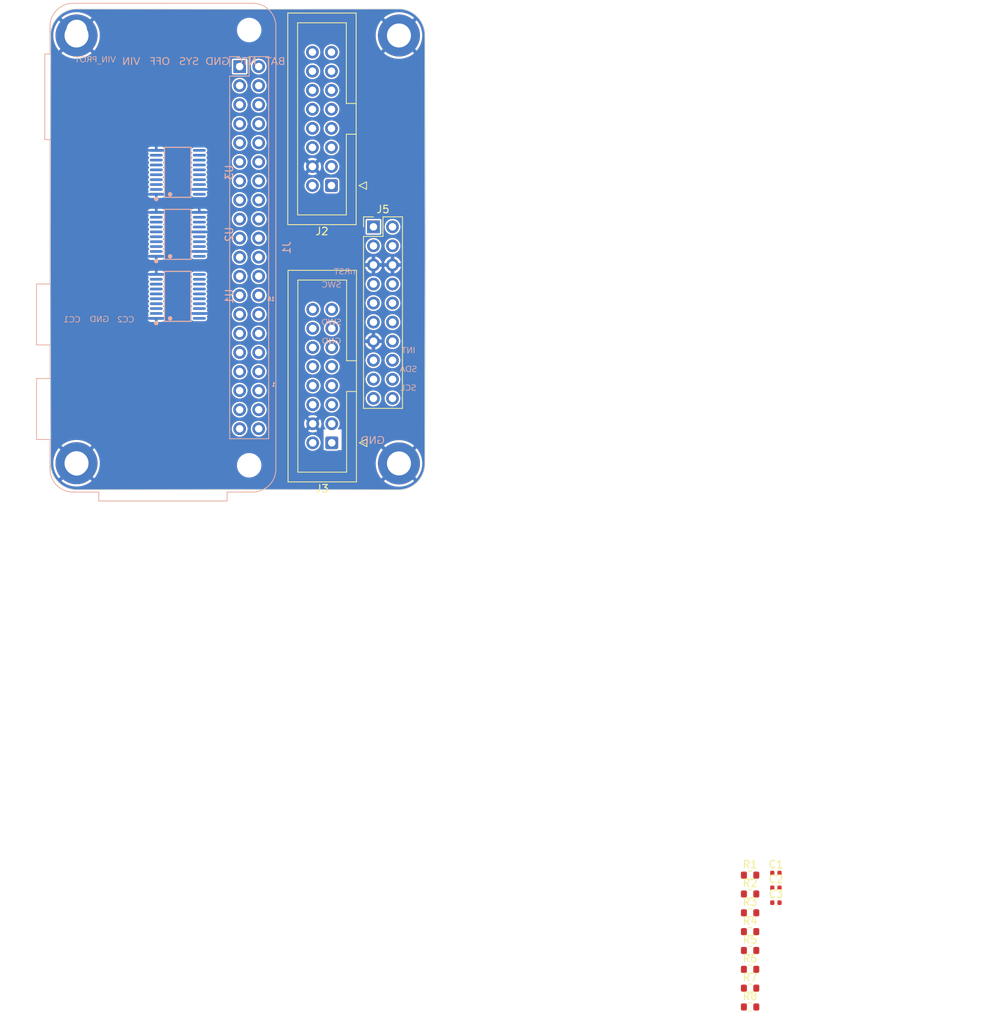
<source format=kicad_pcb>
(kicad_pcb (version 20240108) (generator "pcbnew") (generator_version "8.0")
  (layers (0 "F.Cu" signal) (31 "B.Cu" signal) (34 "B.Paste" user) (35 "F.Paste" user) (36 "B.SilkS" user "B.Silkscreen") (37 "F.SilkS" user "F.Silkscreen") (38 "B.Mask" user) (39 "F.Mask" user) (44 "Edge.Cuts" user))
  (net 0 "")
  (net 1 "GND")
  (net 2 "SYS")
  (net 3 "+VDC")
  (net 4 "/I2C_INT")
  (net 5 "/SDA")
  (net 6 "/SCL")
  (net 7 "/GLOB_~{OFF}")
  (net 8 "/PWRBRD_RX")
  (net 9 "/PWRBRD_TX")
  (net 10 "/PWRBRD_BOOT")
  (net 11 "VMCU")
  (net 12 "VPWR")
  (net 13 "/PY32_nRST")
  (net 14 "/PY32_SWD")
  (net 15 "/PY32_SWC")
  (net 16 "Net-(J1-GND-Pad14)")
  (net 18 "Net-(J1-3V3-Pad1)")
  (net 46 "+3.3V")
  (net 47 "/OUT_CLK")
  (net 48 "/OUT_LAT")
  (net 49 "/OUT_AD0")
  (net 50 "/OUT_B2")
  (net 51 "/OUT_R1")
  (net 52 "/OUT_G2")
  (net 53 "/OUT_G1")
  (net 54 "/OUT_B1")
  (net 55 "/OUT_AD3")
  (net 56 "/OUT_OE")
  (net 57 "/OUT_AD2")
  (net 58 "/OUT_R2")
  (net 59 "/OUT_AD1")
  (net 60 "Net-(J2-Pin_16)")
  (net 61 "Net-(J2-Pin_8)")
  (net 62 "/OUT_R3")
  (net 63 "/OUT_G4")
  (net 64 "Net-(J3-Pin_16)")
  (net 65 "/OUT_G3")
  (net 66 "/OUT_B3")
  (net 67 "Net-(J3-Pin_8)")
  (net 68 "/OUT_R4")
  (net 69 "/OUT_B4")
  (net 70 "/OUT_AD4")
  (net 71 "/MCU_G3")
  (net 72 "/MCU_G1")
  (net 73 "/MCU_R2")
  (net 74 "/MCU_R3")
  (net 75 "/MCU_B2")
  (net 76 "/MCU_B1")
  (net 77 "/MCU_R1")
  (net 78 "/MCU_G2")
  (net 79 "/MCU_AD3")
  (net 80 "/MCU_OE")
  (net 82 "/MCU_LAT")
  (net 83 "/MCU_AD2")
  (net 84 "/MCU_CLK")
  (net 85 "/MCU_AD4")
  (net 88 "/MCU_B4")
  (net 89 "/MCU_R4")
  (net 90 "/MCU_AD0")
  (net 93 "/MCU_AD1")
  (net 94 "/MCU_G4")
  (net 96 "/MCU_B3")
  (footprint "Connector_PinHeader_2.54mm:PinHeader_2x10_P2.54mm_Vertical" (layer "F.Cu") (at 91.1 77.5)
    (property "Reference" "J5" (at 1.27 -2.33 0) (layer "F.SilkS"))
    (property "Value" "EXT_IFACE")
    (fp_line (start -1.33 -1.33) (end 0 -1.33) (stroke (width 0.12)) (layer "F.SilkS"))
    (fp_line (start -1.33 0) (end -1.33 -1.33) (stroke (width 0.12)) (layer "F.SilkS"))
    (fp_line (start -1.33 1.27) (end -1.33 24.19) (stroke (width 0.12)) (layer "F.SilkS"))
    (fp_line (start -1.33 1.27) (end 1.27 1.27) (stroke (width 0.12)) (layer "F.SilkS"))
    (fp_line (start -1.33 24.19) (end 3.87 24.19) (stroke (width 0.12)) (layer "F.SilkS"))
    (fp_line (start 1.27 -1.33) (end 3.87 -1.33) (stroke (width 0.12)) (layer "F.SilkS"))
    (fp_line (start 1.27 1.27) (end 1.27 -1.33) (stroke (width 0.12)) (layer "F.SilkS"))
    (fp_line (start 3.87 -1.33) (end 3.87 24.19) (stroke (width 0.12)) (layer "F.SilkS"))
    (pad "1" thru_hole rect (at 0 0) (size 1.7 1.7) (drill 1) (layers "*.Cu" "*.Mask") (net 3 "+VDC"))
    (pad "2" thru_hole oval (at 2.54 0) (size 1.7 1.7) (drill 1) (layers "*.Cu" "*.Mask") (net 3 "+VDC"))
    (pad "3" thru_hole oval (at 0 2.54) (size 1.7 1.7) (drill 1) (layers "*.Cu" "*.Mask") (net 2 "SYS"))
    (pad "4" thru_hole oval (at 2.54 2.54) (size 1.7 1.7) (drill 1) (layers "*.Cu" "*.Mask") (net 2 "SYS"))
    (pad "5" thru_hole oval (at 0 5.08) (size 1.7 1.7) (drill 1) (layers "*.Cu" "*.Mask") (net 1 "GND"))
    (pad "6" thru_hole oval (at 2.54 5.08) (size 1.7 1.7) (drill 1) (layers "*.Cu" "*.Mask") (net 1 "GND"))
    (pad "7" thru_hole oval (at 0 7.62) (size 1.7 1.7) (drill 1) (layers "*.Cu" "*.Mask") (net 15 "/PY32_SWC"))
    (pad "8" thru_hole oval (at 2.54 7.62) (size 1.7 1.7) (drill 1) (layers "*.Cu" "*.Mask") (net 13 "/PY32_nRST"))
    (pad "9" thru_hole oval (at 0 10.16) (size 1.7 1.7) (drill 1) (layers "*.Cu" "*.Mask") (net 12 "VPWR"))
    (pad "10" thru_hole oval (at 2.54 10.16) (size 1.7 1.7) (drill 1) (layers "*.Cu" "*.Mask") (net 12 "VPWR"))
    (pad "11" thru_hole oval (at 0 12.7) (size 1.7 1.7) (drill 1) (layers "*.Cu" "*.Mask") (net 14 "/PY32_SWD"))
    (pad "12" thru_hole oval (at 2.54 12.7) (size 1.7 1.7) (drill 1) (layers "*.Cu" "*.Mask") (net 10 "/PWRBRD_BOOT"))
    (pad "13" thru_hole oval (at 0 15.24) (size 1.7 1.7) (drill 1) (layers "*.Cu" "*.Mask") (net 1 "GND"))
    (pad "14" thru_hole oval (at 2.54 15.24) (size 1.7 1.7) (drill 1) (layers "*.Cu" "*.Mask") (net 4 "/I2C_INT"))
    (pad "15" thru_hole oval (at 0 17.78) (size 1.7 1.7) (drill 1) (layers "*.Cu" "*.Mask") (net 9 "/PWRBRD_TX"))
    (pad "16" thru_hole oval (at 2.54 17.78) (size 1.7 1.7) (drill 1) (layers "*.Cu" "*.Mask") (net 5 "/SDA"))
    (pad "17" thru_hole oval (at 0 20.32) (size 1.7 1.7) (drill 1) (layers "*.Cu" "*.Mask") (net 8 "/PWRBRD_RX"))
    (pad "18" thru_hole oval (at 2.54 20.32) (size 1.7 1.7) (drill 1) (layers "*.Cu" "*.Mask") (net 6 "/SCL"))
    (pad "19" thru_hole oval (at 0 22.86) (size 1.7 1.7) (drill 1) (layers "*.Cu" "*.Mask") (net 7 "/GLOB_~{OFF}"))
    (pad "20" thru_hole oval (at 2.54 22.86) (size 1.7 1.7) (drill 1) (layers "*.Cu" "*.Mask") (net 11 "VMCU"))
  )
  (footprint "Resistor_SMD:R_0603_1608Metric" (layer "F.Cu") (at 141.33 176.44)
    (property "Reference" "R6" (at 0 -1.43 0) (layer "F.SilkS"))
    (property "Value" "0R/0603")
    (fp_line (start -0.237258 -0.5225) (end 0.237258 -0.5225) (stroke (width 0.12)) (layer "F.SilkS"))
    (fp_line (start -0.237258 0.5225) (end 0.237258 0.5225) (stroke (width 0.12)) (layer "F.SilkS"))
    (pad "1" smd roundrect (at -0.825 0) (size 0.8 0.95) (layers "F.Cu" "F.Paste" "F.Mask") (net 70 "/OUT_AD4"))
    (pad "2" smd roundrect (at 0.825 0) (size 0.8 0.95) (layers "F.Cu" "F.Paste" "F.Mask") (net 67 "Net-(J3-Pin_8)"))
  )
  (footprint "Connector_IDC:IDC-Header_2x08_P2.54mm_Vertical" (layer "F.Cu") (at 85.5 72 180)
    (property "Reference" "J2" (at 1.27 -6.1 360) (layer "F.SilkS"))
    (property "Value" "HUB75-conn")
    (fp_line (start 5.83 22.99) (end -3.29 22.99) (stroke (width 0.12)) (layer "F.SilkS"))
    (fp_line (start 5.83 -5.21) (end 5.83 22.99) (stroke (width 0.12)) (layer "F.SilkS"))
    (fp_line (start 4.52 21.69) (end -1.98 21.69) (stroke (width 0.12)) (layer "F.SilkS"))
    (fp_line (start 4.52 -3.91) (end 4.52 21.69) (stroke (width 0.12)) (layer "F.SilkS"))
    (fp_line (start -1.98 21.69) (end -1.98 10.94) (stroke (width 0.12)) (layer "F.SilkS"))
    (fp_line (start -1.98 10.94) (end -1.98 10.94) (stroke (width 0.12)) (layer "F.SilkS"))
    (fp_line (start -1.98 10.94) (end -3.29 10.94) (stroke (width 0.12)) (layer "F.SilkS"))
    (fp_line (start -1.98 6.84) (end -1.98 -3.91) (stroke (width 0.12)) (layer "F.SilkS"))
    (fp_line (start -1.98 -3.91) (end 4.52 -3.91) (stroke (width 0.12)) (layer "F.SilkS"))
    (fp_line (start -3.29 22.99) (end -3.29 -5.21) (stroke (width 0.12)) (layer "F.SilkS"))
    (fp_line (start -3.29 6.84) (end -1.98 6.84) (stroke (width 0.12)) (layer "F.SilkS"))
    (fp_line (start -3.29 -5.21) (end 5.83 -5.21) (stroke (width 0.12)) (layer "F.SilkS"))
    (fp_line (start -3.68 0) (end -4.68 -0.5) (stroke (width 0.12)) (layer "F.SilkS"))
    (fp_line (start -4.68 0.5) (end -3.68 0) (stroke (width 0.12)) (layer "F.SilkS"))
    (fp_line (start -4.68 -0.5) (end -4.68 0.5) (stroke (width 0.12)) (layer "F.SilkS"))
    (pad "1" thru_hole roundrect (at 0 0 180) (size 1.7 1.7) (drill 1) (layers "*.Cu" "*.Mask") (roundrect_rratio 0.147059) (net 51 "/OUT_R1"))
    (pad "2" thru_hole circle (at 2.54 0 180) (size 1.7 1.7) (drill 1) (layers "*.Cu" "*.Mask") (net 53 "/OUT_G1"))
    (pad "3" thru_hole circle (at 0 2.54 180) (size 1.7 1.7) (drill 1) (layers "*.Cu" "*.Mask") (net 54 "/OUT_B1"))
    (pad "4" thru_hole circle (at 2.54 2.54 180) (size 1.7 1.7) (drill 1) (layers "*.Cu" "*.Mask") (net 1 "GND"))
    (pad "5" thru_hole circle (at 0 5.08 180) (size 1.7 1.7) (drill 1) (layers "*.Cu" "*.Mask") (net 58 "/OUT_R2"))
    (pad "6" thru_hole circle (at 2.54 5.08 180) (size 1.7 1.7) (drill 1) (layers "*.Cu" "*.Mask") (net 52 "/OUT_G2"))
    (pad "7" thru_hole circle (at 0 7.62 180) (size 1.7 1.7) (drill 1) (layers "*.Cu" "*.Mask") (net 50 "/OUT_B2"))
    (pad "8" thru_hole circle (at 2.54 7.62 180) (size 1.7 1.7) (drill 1) (layers "*.Cu" "*.Mask") (net 61 "Net-(J2-Pin_8)"))
    (pad "9" thru_hole circle (at 0 10.16 180) (size 1.7 1.7) (drill 1) (layers "*.Cu" "*.Mask") (net 49 "/OUT_AD0"))
    (pad "10" thru_hole circle (at 2.54 10.16 180) (size 1.7 1.7) (drill 1) (layers "*.Cu" "*.Mask") (net 59 "/OUT_AD1"))
    (pad "11" thru_hole circle (at 0 12.7 180) (size 1.7 1.7) (drill 1) (layers "*.Cu" "*.Mask") (net 57 "/OUT_AD2"))
    (pad "12" thru_hole circle (at 2.54 12.7 180) (size 1.7 1.7) (drill 1) (layers "*.Cu" "*.Mask") (net 55 "/OUT_AD3"))
    (pad "13" thru_hole circle (at 0 15.24 180) (size 1.7 1.7) (drill 1) (layers "*.Cu" "*.Mask") (net 47 "/OUT_CLK"))
    (pad "14" thru_hole circle (at 2.54 15.24 180) (size 1.7 1.7) (drill 1) (layers "*.Cu" "*.Mask") (net 48 "/OUT_LAT"))
    (pad "15" thru_hole circle (at 0 17.78 180) (size 1.7 1.7) (drill 1) (layers "*.Cu" "*.Mask") (net 56 "/OUT_OE"))
    (pad "16" thru_hole circle (at 2.54 17.78 180) (size 1.7 1.7) (drill 1) (layers "*.Cu" "*.Mask") (net 60 "Net-(J2-Pin_16)"))
  )
  (footprint "Resistor_SMD:R_0603_1608Metric" (layer "F.Cu") (at 141.33 163.89)
    (property "Reference" "R1" (at 0 -1.43 0) (layer "F.SilkS"))
    (property "Value" "DNP/0603")
    (fp_line (start -0.237258 -0.5225) (end 0.237258 -0.5225) (stroke (width 0.12)) (layer "F.SilkS"))
    (fp_line (start -0.237258 0.5225) (end 0.237258 0.5225) (stroke (width 0.12)) (layer "F.SilkS"))
    (pad "1" smd roundrect (at -0.825 0) (size 0.8 0.95) (layers "F.Cu" "F.Paste" "F.Mask") (net 1 "GND"))
    (pad "2" smd roundrect (at 0.825 0) (size 0.8 0.95) (layers "F.Cu" "F.Paste" "F.Mask") (net 61 "Net-(J2-Pin_8)"))
  )
  (footprint "Resistor_SMD:R_0603_1608Metric" (layer "F.Cu") (at 141.33 166.4)
    (property "Reference" "R2" (at 0 -1.43 0) (layer "F.SilkS"))
    (property "Value" "0R/0603")
    (fp_line (start -0.237258 -0.5225) (end 0.237258 -0.5225) (stroke (width 0.12)) (layer "F.SilkS"))
    (fp_line (start -0.237258 0.5225) (end 0.237258 0.5225) (stroke (width 0.12)) (layer "F.SilkS"))
    (pad "1" smd roundrect (at -0.825 0) (size 0.8 0.95) (layers "F.Cu" "F.Paste" "F.Mask") (net 70 "/OUT_AD4"))
    (pad "2" smd roundrect (at 0.825 0) (size 0.8 0.95) (layers "F.Cu" "F.Paste" "F.Mask") (net 61 "Net-(J2-Pin_8)"))
  )
  (footprint "Resistor_SMD:R_0603_1608Metric" (layer "F.Cu") (at 141.33 181.46)
    (property "Reference" "R8" (at 0 -1.43 0) (layer "F.SilkS"))
    (property "Value" "0R/0603")
    (fp_line (start -0.237258 -0.5225) (end 0.237258 -0.5225) (stroke (width 0.12)) (layer "F.SilkS"))
    (fp_line (start -0.237258 0.5225) (end 0.237258 0.5225) (stroke (width 0.12)) (layer "F.SilkS"))
    (pad "1" smd roundrect (at -0.825 0) (size 0.8 0.95) (layers "F.Cu" "F.Paste" "F.Mask") (net 1 "GND"))
    (pad "2" smd roundrect (at 0.825 0) (size 0.8 0.95) (layers "F.Cu" "F.Paste" "F.Mask") (net 64 "Net-(J3-Pin_16)"))
  )
  (footprint "Resistor_SMD:R_0603_1608Metric" (layer "F.Cu") (at 141.33 173.93)
    (property "Reference" "R5" (at 0 -1.43 0) (layer "F.SilkS"))
    (property "Value" "DNP/0603")
    (fp_line (start -0.237258 -0.5225) (end 0.237258 -0.5225) (stroke (width 0.12)) (layer "F.SilkS"))
    (fp_line (start -0.237258 0.5225) (end 0.237258 0.5225) (stroke (width 0.12)) (layer "F.SilkS"))
    (pad "1" smd roundrect (at -0.825 0) (size 0.8 0.95) (layers "F.Cu" "F.Paste" "F.Mask") (net 1 "GND"))
    (pad "2" smd roundrect (at 0.825 0) (size 0.8 0.95) (layers "F.Cu" "F.Paste" "F.Mask") (net 67 "Net-(J3-Pin_8)"))
  )
  (footprint "Resistor_SMD:R_0603_1608Metric" (layer "F.Cu") (at 141.33 178.95)
    (property "Reference" "R7" (at 0 -1.43 0) (layer "F.SilkS"))
    (property "Value" "DNP/0603")
    (fp_line (start -0.237258 -0.5225) (end 0.237258 -0.5225) (stroke (width 0.12)) (layer "F.SilkS"))
    (fp_line (start -0.237258 0.5225) (end 0.237258 0.5225) (stroke (width 0.12)) (layer "F.SilkS"))
    (pad "1" smd roundrect (at -0.825 0) (size 0.8 0.95) (layers "F.Cu" "F.Paste" "F.Mask") (net 70 "/OUT_AD4"))
    (pad "2" smd roundrect (at 0.825 0) (size 0.8 0.95) (layers "F.Cu" "F.Paste" "F.Mask") (net 64 "Net-(J3-Pin_16)"))
  )
  (footprint "Capacitor_SMD:C_0402_1005Metric" (layer "F.Cu") (at 144.77 165.59)
    (property "Reference" "C2" (at 0 -1.16 0) (layer "F.SilkS"))
    (property "Value" "100n")
    (fp_line (start -0.107836 -0.36) (end 0.107836 -0.36) (stroke (width 0.12)) (layer "F.SilkS"))
    (fp_line (start -0.107836 0.36) (end 0.107836 0.36) (stroke (width 0.12)) (layer "F.SilkS"))
    (pad "1" smd roundrect (at -0.48 0) (size 0.56 0.62) (layers "F.Cu" "F.Paste" "F.Mask") (net 46 "+3.3V"))
    (pad "2" smd roundrect (at 0.48 0) (size 0.56 0.62) (layers "F.Cu" "F.Paste" "F.Mask") (net 1 "GND"))
  )
  (footprint "MountingHole:MountingHole_3.2mm_M3_DIN965_Pad" (layer "F.Cu") (at 94.5 52)
    (property "Reference" "H2" (hide yes))
    (property "Value" "M3_HOLE")
    (pad "1" thru_hole circle (at 0 0) (size 5.6 5.6) (drill 3.2) (layers "*.Cu" "*.Mask") (net 1 "GND"))
  )
  (footprint "Capacitor_SMD:C_0402_1005Metric" (layer "F.Cu") (at 144.77 163.62)
    (property "Reference" "C1" (at 0 -1.16 0) (layer "F.SilkS"))
    (property "Value" "100n")
    (fp_line (start -0.107836 -0.36) (end 0.107836 -0.36) (stroke (width 0.12)) (layer "F.SilkS"))
    (fp_line (start -0.107836 0.36) (end 0.107836 0.36) (stroke (width 0.12)) (layer "F.SilkS"))
    (pad "1" smd roundrect (at -0.48 0) (size 0.56 0.62) (layers "F.Cu" "F.Paste" "F.Mask") (net 46 "+3.3V"))
    (pad "2" smd roundrect (at 0.48 0) (size 0.56 0.62) (layers "F.Cu" "F.Paste" "F.Mask") (net 1 "GND"))
  )
  (footprint "Resistor_SMD:R_0603_1608Metric" (layer "F.Cu") (at 141.33 168.91)
    (property "Reference" "R3" (at 0 -1.43 0) (layer "F.SilkS"))
    (property "Value" "DNP/0603")
    (fp_line (start -0.237258 -0.5225) (end 0.237258 -0.5225) (stroke (width 0.12)) (layer "F.SilkS"))
    (fp_line (start -0.237258 0.5225) (end 0.237258 0.5225) (stroke (width 0.12)) (layer "F.SilkS"))
    (pad "1" smd roundrect (at -0.825 0) (size 0.8 0.95) (layers "F.Cu" "F.Paste" "F.Mask") (net 70 "/OUT_AD4"))
    (pad "2" smd roundrect (at 0.825 0) (size 0.8 0.95) (layers "F.Cu" "F.Paste" "F.Mask") (net 60 "Net-(J2-Pin_16)"))
  )
  (footprint "MountingHole:MountingHole_3.2mm_M3_DIN965_Pad" (layer "F.Cu") (at 51.5 109)
    (property "Reference" "H3" (hide yes))
    (property "Value" "M3_HOLE")
    (pad "1" thru_hole circle (at 0 0) (size 5.6 5.6) (drill 3.2) (layers "*.Cu" "*.Mask") (net 1 "GND"))
  )
  (footprint "Capacitor_SMD:C_0402_1005Metric" (layer "F.Cu") (at 144.77 167.56)
    (property "Reference" "C3" (at 0 -1.16 0) (layer "F.SilkS"))
    (property "Value" "100n")
    (fp_line (start -0.107836 -0.36) (end 0.107836 -0.36) (stroke (width 0.12)) (layer "F.SilkS"))
    (fp_line (start -0.107836 0.36) (end 0.107836 0.36) (stroke (width 0.12)) (layer "F.SilkS"))
    (pad "1" smd roundrect (at -0.48 0) (size 0.56 0.62) (layers "F.Cu" "F.Paste" "F.Mask") (net 46 "+3.3V"))
    (pad "2" smd roundrect (at 0.48 0) (size 0.56 0.62) (layers "F.Cu" "F.Paste" "F.Mask") (net 1 "GND"))
  )
  (footprint "Resistor_SMD:R_0603_1608Metric" (layer "F.Cu") (at 141.33 171.42)
    (property "Reference" "R4" (at 0 -1.43 0) (layer "F.SilkS"))
    (property "Value" "0R/0603")
    (fp_line (start -0.237258 -0.5225) (end 0.237258 -0.5225) (stroke (width 0.12)) (layer "F.SilkS"))
    (fp_line (start -0.237258 0.5225) (end 0.237258 0.5225) (stroke (width 0.12)) (layer "F.SilkS"))
    (pad "1" smd roundrect (at -0.825 0) (size 0.8 0.95) (layers "F.Cu" "F.Paste" "F.Mask") (net 1 "GND"))
    (pad "2" smd roundrect (at 0.825 0) (size 0.8 0.95) (layers "F.Cu" "F.Paste" "F.Mask") (net 60 "Net-(J2-Pin_16)"))
  )
  (footprint "Connector_IDC:IDC-Header_2x08_P2.54mm_Vertical" (layer "F.Cu") (at 85.54 106.28 180)
    (property "Reference" "J3" (at 1.27 -6.1 360) (layer "F.SilkS"))
    (property "Value" "HUB75-conn")
    (fp_line (start 5.83 22.99) (end -3.29 22.99) (stroke (width 0.12)) (layer "F.SilkS"))
    (fp_line (start 5.83 -5.21) (end 5.83 22.99) (stroke (width 0.12)) (layer "F.SilkS"))
    (fp_line (start 4.52 21.69) (end -1.98 21.69) (stroke (width 0.12)) (layer "F.SilkS"))
    (fp_line (start 4.52 -3.91) (end 4.52 21.69) (stroke (width 0.12)) (layer "F.SilkS"))
    (fp_line (start -1.98 21.69) (end -1.98 10.94) (stroke (width 0.12)) (layer "F.SilkS"))
    (fp_line (start -1.98 10.94) (end -1.98 10.94) (stroke (width 0.12)) (layer "F.SilkS"))
    (fp_line (start -1.98 10.94) (end -3.29 10.94) (stroke (width 0.12)) (layer "F.SilkS"))
    (fp_line (start -1.98 6.84) (end -1.98 -3.91) (stroke (width 0.12)) (layer "F.SilkS"))
    (fp_line (start -1.98 -3.91) (end 4.52 -3.91) (stroke (width 0.12)) (layer "F.SilkS"))
    (fp_line (start -3.29 22.99) (end -3.29 -5.21) (stroke (width 0.12)) (layer "F.SilkS"))
    (fp_line (start -3.29 6.84) (end -1.98 6.84) (stroke (width 0.12)) (layer "F.SilkS"))
    (fp_line (start -3.29 -5.21) (end 5.83 -5.21) (stroke (width 0.12)) (layer "F.SilkS"))
    (fp_line (start -3.68 0) (end -4.68 -0.5) (stroke (width 0.12)) (layer "F.SilkS"))
    (fp_line (start -4.68 0.5) (end -3.68 0) (stroke (width 0.12)) (layer "F.SilkS"))
    (fp_line (start -4.68 -0.5) (end -4.68 0.5) (stroke (width 0.12)) (layer "F.SilkS"))
    (pad "1" thru_hole roundrect (at 0 0 180) (size 1.7 1.7) (drill 1) (layers "*.Cu" "*.Mask") (roundrect_rratio 0.147059) (net 62 "/OUT_R3"))
    (pad "2" thru_hole circle (at 2.54 0 180) (size 1.7 1.7) (drill 1) (layers "*.Cu" "*.Mask") (net 65 "/OUT_G3"))
    (pad "3" thru_hole circle (at 0 2.54 180) (size 1.7 1.7) (drill 1) (layers "*.Cu" "*.Mask") (net 66 "/OUT_B3"))
    (pad "4" thru_hole circle (at 2.54 2.54 180) (size 1.7 1.7) (drill 1) (layers "*.Cu" "*.Mask") (net 1 "GND"))
    (pad "5" thru_hole circle (at 0 5.08 180) (size 1.7 1.7) (drill 1) (layers "*.Cu" "*.Mask") (net 68 "/OUT_R4"))
    (pad "6" thru_hole circle (at 2.54 5.08 180) (size 1.7 1.7) (drill 1) (layers "*.Cu" "*.Mask") (net 63 "/OUT_G4"))
    (pad "7" thru_hole circle (at 0 7.62 180) (size 1.7 1.7) (drill 1) (layers "*.Cu" "*.Mask") (net 69 "/OUT_B4"))
    (pad "8" thru_hole circle (at 2.54 7.62 180) (size 1.7 1.7) (drill 1) (layers "*.Cu" "*.Mask") (net 67 "Net-(J3-Pin_8)"))
    (pad "9" thru_hole circle (at 0 10.16 180) (size 1.7 1.7) (drill 1) (layers "*.Cu" "*.Mask") (net 49 "/OUT_AD0"))
    (pad "10" thru_hole circle (at 2.54 10.16 180) (size 1.7 1.7) (drill 1) (layers "*.Cu" "*.Mask") (net 59 "/OUT_AD1"))
    (pad "11" thru_hole circle (at 0 12.7 180) (size 1.7 1.7) (drill 1) (layers "*.Cu" "*.Mask") (net 57 "/OUT_AD2"))
    (pad "12" thru_hole circle (at 2.54 12.7 180) (size 1.7 1.7) (drill 1) (layers "*.Cu" "*.Mask") (net 55 "/OUT_AD3"))
    (pad "13" thru_hole circle (at 0 15.24 180) (size 1.7 1.7) (drill 1) (layers "*.Cu" "*.Mask") (net 47 "/OUT_CLK"))
    (pad "14" thru_hole circle (at 2.54 15.24 180) (size 1.7 1.7) (drill 1) (layers "*.Cu" "*.Mask") (net 48 "/OUT_LAT"))
    (pad "15" thru_hole circle (at 0 17.78 180) (size 1.7 1.7) (drill 1) (layers "*.Cu" "*.Mask") (net 56 "/OUT_OE"))
    (pad "16" thru_hole circle (at 2.54 17.78 180) (size 1.7 1.7) (drill 1) (layers "*.Cu" "*.Mask") (net 64 "Net-(J3-Pin_16)"))
  )
  (footprint "MountingHole:MountingHole_3.2mm_M3_DIN965_Pad" (layer "F.Cu") (at 51.5 52)
    (property "Reference" "H1" (hide yes))
    (property "Value" "M3_HOLE")
    (pad "1" thru_hole circle (at 0 0) (size 5.6 5.6) (drill 3.2) (layers "*.Cu" "*.Mask") (net 1 "GND"))
  )
  (footprint "MountingHole:MountingHole_3.2mm_M3_DIN965_Pad" (layer "F.Cu") (at 94.5 109.025127)
    (property "Reference" "H4" (hide yes))
    (property "Value" "M3_HOLE")
    (pad "1" thru_hole circle (at 0 0) (size 5.6 5.6) (drill 3.2) (layers "*.Cu" "*.Mask") (net 1 "GND"))
  )
  (footprint "Module:Raspberry_Pi_Zero_Socketed_THT_FaceDown_MountingHoles" (layer "B.Cu") (at 73.255 56.145 180)
    (property "Reference" "J1" (at -6.27 -24.13 90) (layer "B.SilkS") (effects (justify mirror)))
    (property "Value" "Raspberry_Pi_2_3")
    (fp_line (start 27.09 -28.97) (end 27.09 -37.09) (stroke (width 0.12)) (layer "B.SilkS"))
    (fp_line (start 27.09 -37.09) (end 25.29 -37.09) (stroke (width 0.12)) (layer "B.SilkS"))
    (fp_line (start 27.09 -41.57) (end 27.09 -49.69) (stroke (width 0.12)) (layer "B.SilkS"))
    (fp_line (start 27.09 -49.69) (end 25.29 -49.69) (stroke (width 0.12)) (layer "B.SilkS"))
    (fp_line (start 25.99 1.68) (end 25.99 -9.74) (stroke (width 0.12)) (layer "B.SilkS"))
    (fp_line (start 25.99 -9.74) (end 25.29 -9.74) (stroke (width 0.12)) (layer "B.SilkS"))
    (fp_line (start 25.29 5.37) (end 25.29 1.68) (stroke (width 0.12)) (layer "B.SilkS"))
    (fp_line (start 25.29 1.68) (end 25.99 1.68) (stroke (width 0.12)) (layer "B.SilkS"))
    (fp_line (start 25.29 -9.74) (end 25.29 -28.97) (stroke (width 0.12)) (layer "B.SilkS"))
    (fp_line (start 25.29 -28.97) (end 27.09 -28.97) (stroke (width 0.12)) (layer "B.SilkS"))
    (fp_line (start 25.29 -37.09) (end 25.29 -41.57) (stroke (width 0.12)) (layer "B.SilkS"))
    (fp_line (start 25.29 -41.57) (end 27.09 -41.57) (stroke (width 0.12)) (layer "B.SilkS"))
    (fp_line (start 25.29 -49.69) (end 25.29 -53.63) (stroke (width 0.12)) (layer "B.SilkS"))
    (fp_line (start 22.23 8.43) (end -1.77 8.43) (stroke (width 0.12)) (layer "B.SilkS"))
    (fp_line (start 22.23 -56.69) (end 18.79 -56.69) (stroke (width 0.12)) (layer "B.SilkS"))
    (fp_line (start 18.79 -56.69) (end 18.79 -57.89) (stroke (width 0.12)) (layer "B.SilkS"))
    (fp_line (start 18.79 -57.89) (end 1.67 -57.89) (stroke (width 0.12)) (layer "B.SilkS"))
    (fp_line (start 1.67 -57.89) (end 1.67 -56.69) (stroke (width 0.12)) (layer "B.SilkS"))
    (fp_line (start 1.33 1.33) (end 0 1.33) (stroke (width 0.12)) (layer "B.SilkS"))
    (fp_line (start 1.33 0) (end 1.33 1.33) (stroke (width 0.12)) (layer "B.SilkS"))
    (fp_line (start 1.33 -1.27) (end -1.27 -1.27) (stroke (width 0.12)) (layer "B.SilkS"))
    (fp_line (start 1.33 -49.59) (end 1.33 -1.27) (stroke (width 0.12)) (layer "B.SilkS"))
    (fp_line (start 1.33 -49.59) (end -3.87 -49.59) (stroke (width 0.12)) (layer "B.SilkS"))
    (fp_line (start -1.27 1.33) (end -3.87 1.33) (stroke (width 0.12)) (layer "B.SilkS"))
    (fp_line (start -1.27 -1.27) (end -1.27 1.33) (stroke (width 0.12)) (layer "B.SilkS"))
    (fp_line (start -1.77 -56.69) (end 1.67 -56.69) (stroke (width 0.12)) (layer "B.SilkS"))
    (fp_line (start -3.87 -49.59) (end -3.87 1.33) (stroke (width 0.12)) (layer "B.SilkS"))
    (fp_line (start -4.83 5.37) (end -4.83 -53.63) (stroke (width 0.12)) (layer "B.SilkS"))
    (fp_arc (start 25.29 5.37) (mid 24.393747 7.533747) (end 22.23 8.43) (stroke (width 0.12)) (layer "B.SilkS"))
    (fp_arc (start 22.23 -56.69) (mid 24.393747 -55.793747) (end 25.29 -53.63) (stroke (width 0.12)) (layer "B.SilkS"))
    (fp_arc (start -1.77 8.43) (mid -3.933747 7.533747) (end -4.83 5.37) (stroke (width 0.12)) (layer "B.SilkS"))
    (fp_arc (start -4.83 -53.63) (mid -3.933747 -55.793747) (end -1.77 -56.69) (stroke (width 0.12)) (layer "B.SilkS"))
    (pad "" np_thru_hole circle (at -1.27 -53.13 90) (size 2.75 2.75) (drill 2.75) (layers "*.Cu" "*.Mask"))
    (pad "" np_thru_hole circle (at -1.27 4.87 90) (size 2.75 2.75) (drill 2.75) (layers "*.Cu" "*.Mask"))
    (pad "" np_thru_hole circle (at 21.73 -53.13 90) (size 2.75 2.75) (drill 2.75) (layers "*.Cu" "*.Mask"))
    (pad "" np_thru_hole circle (at 21.73 4.87 90) (size 2.75 2.75) (drill 2.75) (layers "*.Cu" "*.Mask"))
    (pad "1" thru_hole rect (at 0 0 180) (size 1.7 1.7) (drill 1) (layers "*.Cu" "*.Mask") (net 18 "Net-(J1-3V3-Pad1)"))
    (pad "2" thru_hole oval (at -2.54 0 180) (size 1.7 1.7) (drill 1) (layers "*.Cu" "*.Mask") (net 11 "VMCU"))
    (pad "3" thru_hole oval (at 0 -2.54 180) (size 1.7 1.7) (drill 1) (layers "*.Cu" "*.Mask"))
    (pad "4" thru_hole oval (at -2.54 -2.54 180) (size 1.7 1.7) (drill 1) (layers "*.Cu" "*.Mask") (net 11 "VMCU"))
    (pad "5" thru_hole oval (at 0 -5.08 180) (size 1.7 1.7) (drill 1) (layers "*.Cu" "*.Mask"))
    (pad "6" thru_hole oval (at -2.54 -5.08 180) (size 1.7 1.7) (drill 1) (layers "*.Cu" "*.Mask") (net 16 "Net-(J1-GND-Pad14)"))
    (pad "7" thru_hole oval (at 0 -7.62 180) (size 1.7 1.7) (drill 1) (layers "*.Cu" "*.Mask"))
    (pad "8" thru_hole oval (at -2.54 -7.62 180) (size 1.7 1.7) (drill 1) (layers "*.Cu" "*.Mask"))
    (pad "9" thru_hole oval (at 0 -10.16 180) (size 1.7 1.7) (drill 1) (layers "*.Cu" "*.Mask") (net 16 "Net-(J1-GND-Pad14)"))
    (pad "10" thru_hole oval (at -2.54 -10.16 180) (size 1.7 1.7) (drill 1) (layers "*.Cu" "*.Mask"))
    (pad "11" thru_hole oval (at 0 -12.7 180) (size 1.7 1.7) (drill 1) (layers "*.Cu" "*.Mask"))
    (pad "12" thru_hole oval (at -2.54 -12.7 180) (size 1.7 1.7) (drill 1) (layers "*.Cu" "*.Mask"))
    (pad "13" thru_hole oval (at 0 -15.24 180) (size 1.7 1.7) (drill 1) (layers "*.Cu" "*.Mask"))
    (pad "14" thru_hole oval (at -2.54 -15.24 180) (size 1.7 1.7) (drill 1) (layers "*.Cu" "*.Mask") (net 16 "Net-(J1-GND-Pad14)"))
    (pad "15" thru_hole oval (at 0 -17.78 180) (size 1.7 1.7) (drill 1) (layers "*.Cu" "*.Mask"))
    (pad "16" thru_hole oval (at -2.54 -17.78 180) (size 1.7 1.7) (drill 1) (layers "*.Cu" "*.Mask"))
    (pad "17" thru_hole oval (at 0 -20.32 180) (size 1.7 1.7) (drill 1) (layers "*.Cu" "*.Mask") (net 18 "Net-(J1-3V3-Pad1)"))
    (pad "18" thru_hole oval (at -2.54 -20.32 180) (size 1.7 1.7) (drill 1) (layers "*.Cu" "*.Mask"))
    (pad "19" thru_hole oval (at 0 -22.86 180) (size 1.7 1.7) (drill 1) (layers "*.Cu" "*.Mask"))
    (pad "20" thru_hole oval (at -2.54 -22.86 180) (size 1.7 1.7) (drill 1) (layers "*.Cu" "*.Mask") (net 16 "Net-(J1-GND-Pad14)"))
    (pad "21" thru_hole oval (at 0 -25.4 180) (size 1.7 1.7) (drill 1) (layers "*.Cu" "*.Mask"))
    (pad "22" thru_hole oval (at -2.54 -25.4 180) (size 1.7 1.7) (drill 1) (layers "*.Cu" "*.Mask"))
    (pad "23" thru_hole oval (at 0 -27.94 180) (size 1.7 1.7) (drill 1) (layers "*.Cu" "*.Mask"))
    (pad "24" thru_hole oval (at -2.54 -27.94 180) (size 1.7 1.7) (drill 1) (layers "*.Cu" "*.Mask"))
    (pad "25" thru_hole oval (at 0 -30.48 180) (size 1.7 1.7) (drill 1) (layers "*.Cu" "*.Mask") (net 16 "Net-(J1-GND-Pad14)"))
    (pad "26" thru_hole oval (at -2.54 -30.48 180) (size 1.7 1.7) (drill 1) (layers "*.Cu" "*.Mask"))
    (pad "27" thru_hole oval (at 0 -33.02 180) (size 1.7 1.7) (drill 1) (layers "*.Cu" "*.Mask"))
    (pad "28" thru_hole oval (at -2.54 -33.02 180) (size 1.7 1.7) (drill 1) (layers "*.Cu" "*.Mask"))
    (pad "29" thru_hole oval (at 0 -35.56 180) (size 1.7 1.7) (drill 1) (layers "*.Cu" "*.Mask"))
    (pad "30" thru_hole oval (at -2.54 -35.56 180) (size 1.7 1.7) (drill 1) (layers "*.Cu" "*.Mask") (net 16 "Net-(J1-GND-Pad14)"))
    (pad "31" thru_hole oval (at 0 -38.1 180) (size 1.7 1.7) (drill 1) (layers "*.Cu" "*.Mask"))
    (pad "32" thru_hole oval (at -2.54 -38.1 180) (size 1.7 1.7) (drill 1) (layers "*.Cu" "*.Mask"))
    (pad "33" thru_hole oval (at 0 -40.64 180) (size 1.7 1.7) (drill 1) (layers "*.Cu" "*.Mask"))
    (pad "34" thru_hole oval (at -2.54 -40.64 180) (size 1.7 1.7) (drill 1) (layers "*.Cu" "*.Mask") (net 16 "Net-(J1-GND-Pad14)"))
    (pad "35" thru_hole oval (at 0 -43.18 180) (size 1.7 1.7) (drill 1) (layers "*.Cu" "*.Mask"))
    (pad "36" thru_hole oval (at -2.54 -43.18 180) (size 1.7 1.7) (drill 1) (layers "*.Cu" "*.Mask"))
    (pad "37" thru_hole oval (at 0 -45.72 180) (size 1.7 1.7) (drill 1) (layers "*.Cu" "*.Mask"))
    (pad "38" thru_hole oval (at -2.54 -45.72 180) (size 1.7 1.7) (drill 1) (layers "*.Cu" "*.Mask"))
    (pad "39" thru_hole oval (at 0 -48.26 180) (size 1.7 1.7) (drill 1) (layers "*.Cu" "*.Mask") (net 16 "Net-(J1-GND-Pad14)"))
    (pad "40" thru_hole oval (at -2.54 -48.26 180) (size 1.7 1.7) (drill 1) (layers "*.Cu" "*.Mask"))
  )
  (footprint "easyeda2kicad:TSSOP-20_L6.5-W4.4-P0.65-LS6.4-BL" (layer "B.Cu") (at 65 70.235 90)
    (property "Reference" "U3" (at 0 6.87 90) (layer "B.SilkS") (effects (justify mirror)))
    (property "Value" "SN74AHCT245PWR")
    (fp_line (start 3.33 -1.77) (end 3.33 1.77) (stroke (width 0.15)) (layer "B.SilkS"))
    (fp_line (start -3.33 -1.77) (end 3.33 -1.77) (stroke (width 0.15)) (layer "B.SilkS"))
    (fp_line (start 3.33 1.77) (end -3.33 1.77) (stroke (width 0.15)) (layer "B.SilkS"))
    (fp_line (start -3.33 1.77) (end -3.33 -1.77) (stroke (width 0.15)) (layer "B.SilkS"))
    (fp_circle (center -3.56 -2.87) (end -3.41 -2.87) (stroke (width 0.3)) (fill none) (layer "B.SilkS"))
    (fp_circle (center -2.93 -1.02) (end -2.78 -1.02) (stroke (width 0.3)) (fill none) (layer "B.SilkS"))
    (pad "1" smd oval (at -2.93 -2.87 90) (size 0.36 1.74) (layers "B.Cu" "B.Paste" "B.Mask") (net 1 "GND"))
    (pad "2" smd oval (at -2.28 -2.87 90) (size 0.36 1.74) (layers "B.Cu" "B.Paste" "B.Mask") (net 66 "/OUT_B3"))
    (pad "3" smd oval (at -1.63 -2.87 90) (size 0.36 1.74) (layers "B.Cu" "B.Paste" "B.Mask") (net 68 "/OUT_R4"))
    (pad "4" smd oval (at -0.98 -2.87 90) (size 0.36 1.74) (layers "B.Cu" "B.Paste" "B.Mask") (net 63 "/OUT_G4"))
    (pad "5" smd oval (at -0.32 -2.87 90) (size 0.36 1.74) (layers "B.Cu" "B.Paste" "B.Mask") (net 69 "/OUT_B4"))
    (pad "6" smd oval (at 0.33 -2.87 90) (size 0.36 1.74) (layers "B.Cu" "B.Paste" "B.Mask"))
    (pad "7" smd oval (at 0.98 -2.87 90) (size 0.36 1.74) (layers "B.Cu" "B.Paste" "B.Mask"))
    (pad "8" smd oval (at 1.63 -2.87 90) (size 0.36 1.74) (layers "B.Cu" "B.Paste" "B.Mask") (net 49 "/OUT_AD0"))
    (pad "9" smd oval (at 2.28 -2.87 90) (size 0.36 1.74) (layers "B.Cu" "B.Paste" "B.Mask") (net 59 "/OUT_AD1"))
    (pad "10" smd oval (at 2.93 -2.87 90) (size 0.36 1.74) (layers "B.Cu" "B.Paste" "B.Mask") (net 1 "GND"))
    (pad "11" smd oval (at 2.93 2.87 90) (size 0.36 1.74) (layers "B.Cu" "B.Paste" "B.Mask") (net 93 "/MCU_AD1"))
    (pad "12" smd oval (at 2.28 2.87 90) (size 0.36 1.74) (layers "B.Cu" "B.Paste" "B.Mask") (net 90 "/MCU_AD0"))
    (pad "13" smd oval (at 1.63 2.87 90) (size 0.36 1.74) (layers "B.Cu" "B.Paste" "B.Mask"))
    (pad "14" smd oval (at 0.98 2.87 90) (size 0.36 1.74) (layers "B.Cu" "B.Paste" "B.Mask"))
    (pad "15" smd oval (at 0.33 2.87 90) (size 0.36 1.74) (layers "B.Cu" "B.Paste" "B.Mask") (net 88 "/MCU_B4"))
    (pad "16" smd oval (at -0.32 2.87 90) (size 0.36 1.74) (layers "B.Cu" "B.Paste" "B.Mask") (net 94 "/MCU_G4"))
    (pad "17" smd oval (at -0.98 2.87 90) (size 0.36 1.74) (layers "B.Cu" "B.Paste" "B.Mask") (net 89 "/MCU_R4"))
    (pad "18" smd oval (at -1.63 2.87 90) (size 0.36 1.74) (layers "B.Cu" "B.Paste" "B.Mask") (net 96 "/MCU_B3"))
    (pad "19" smd oval (at -2.28 2.87 90) (size 0.36 1.74) (layers "B.Cu" "B.Paste" "B.Mask") (net 1 "GND"))
    (pad "20" smd oval (at -2.93 2.87 90) (size 0.36 1.74) (layers "B.Cu" "B.Paste" "B.Mask") (net 46 "+3.3V"))
  )
  (footprint "easyeda2kicad:TSSOP-20_L6.5-W4.4-P0.65-LS6.4-BL" (layer "B.Cu") (at 65 78.5 90)
    (property "Reference" "U2" (at 0 6.87 90) (layer "B.SilkS") (effects (justify mirror)))
    (property "Value" "SN74AHCT245PWR")
    (fp_line (start 3.33 -1.77) (end 3.33 1.77) (stroke (width 0.15)) (layer "B.SilkS"))
    (fp_line (start -3.33 -1.77) (end 3.33 -1.77) (stroke (width 0.15)) (layer "B.SilkS"))
    (fp_line (start 3.33 1.77) (end -3.33 1.77) (stroke (width 0.15)) (layer "B.SilkS"))
    (fp_line (start -3.33 1.77) (end -3.33 -1.77) (stroke (width 0.15)) (layer "B.SilkS"))
    (fp_circle (center -3.56 -2.87) (end -3.41 -2.87) (stroke (width 0.3)) (fill none) (layer "B.SilkS"))
    (fp_circle (center -2.93 -1.02) (end -2.78 -1.02) (stroke (width 0.3)) (fill none) (layer "B.SilkS"))
    (pad "1" smd oval (at -2.93 -2.87 90) (size 0.36 1.74) (layers "B.Cu" "B.Paste" "B.Mask") (net 1 "GND"))
    (pad "2" smd oval (at -2.28 -2.87 90) (size 0.36 1.74) (layers "B.Cu" "B.Paste" "B.Mask") (net 57 "/OUT_AD2"))
    (pad "3" smd oval (at -1.63 -2.87 90) (size 0.36 1.74) (layers "B.Cu" "B.Paste" "B.Mask") (net 55 "/OUT_AD3"))
    (pad "4" smd oval (at -0.98 -2.87 90) (size 0.36 1.74) (layers "B.Cu" "B.Paste" "B.Mask") (net 70 "/OUT_AD4"))
    (pad "5" smd oval (at -0.32 -2.87 90) (size 0.36 1.74) (layers "B.Cu" "B.Paste" "B.Mask"))
    (pad "6" smd oval (at 0.33 -2.87 90) (size 0.36 1.74) (layers "B.Cu" "B.Paste" "B.Mask") (net 47 "/OUT_CLK"))
    (pad "7" smd oval (at 0.98 -2.87 90) (size 0.36 1.74) (layers "B.Cu" "B.Paste" "B.Mask") (net 48 "/OUT_LAT"))
    (pad "8" smd oval (at 1.63 -2.87 90) (size 0.36 1.74) (layers "B.Cu" "B.Paste" "B.Mask") (net 56 "/OUT_OE"))
    (pad "9" smd oval (at 2.28 -2.87 90) (size 0.36 1.74) (layers "B.Cu" "B.Paste" "B.Mask"))
    (pad "10" smd oval (at 2.93 -2.87 90) (size 0.36 1.74) (layers "B.Cu" "B.Paste" "B.Mask") (net 1 "GND"))
    (pad "11" smd oval (at 2.93 2.87 90) (size 0.36 1.74) (layers "B.Cu" "B.Paste" "B.Mask") (net 1 "GND"))
    (pad "12" smd oval (at 2.28 2.87 90) (size 0.36 1.74) (layers "B.Cu" "B.Paste" "B.Mask") (net 80 "/MCU_OE"))
    (pad "13" smd oval (at 1.63 2.87 90) (size 0.36 1.74) (layers "B.Cu" "B.Paste" "B.Mask") (net 82 "/MCU_LAT"))
    (pad "14" smd oval (at 0.98 2.87 90) (size 0.36 1.74) (layers "B.Cu" "B.Paste" "B.Mask") (net 84 "/MCU_CLK"))
    (pad "15" smd oval (at 0.33 2.87 90) (size 0.36 1.74) (layers "B.Cu" "B.Paste" "B.Mask") (net 1 "GND"))
    (pad "16" smd oval (at -0.32 2.87 90) (size 0.36 1.74) (layers "B.Cu" "B.Paste" "B.Mask") (net 85 "/MCU_AD4"))
    (pad "17" smd oval (at -0.98 2.87 90) (size 0.36 1.74) (layers "B.Cu" "B.Paste" "B.Mask") (net 79 "/MCU_AD3"))
    (pad "18" smd oval (at -1.63 2.87 90) (size 0.36 1.74) (layers "B.Cu" "B.Paste" "B.Mask") (net 83 "/MCU_AD2"))
    (pad "19" smd oval (at -2.28 2.87 90) (size 0.36 1.74) (layers "B.Cu" "B.Paste" "B.Mask") (net 1 "GND"))
    (pad "20" smd oval (at -2.93 2.87 90) (size 0.36 1.74) (layers "B.Cu" "B.Paste" "B.Mask") (net 46 "+3.3V"))
  )
  (footprint "easyeda2kicad:TSSOP-20_L6.5-W4.4-P0.65-LS6.4-BL" (layer "B.Cu") (at 65 86.765 90)
    (property "Reference" "U1" (at 0 6.87 90) (layer "B.SilkS") (effects (justify mirror)))
    (property "Value" "SN74AHCT245PWR")
    (fp_line (start 3.33 -1.77) (end 3.33 1.77) (stroke (width 0.15)) (layer "B.SilkS"))
    (fp_line (start -3.33 -1.77) (end 3.33 -1.77) (stroke (width 0.15)) (layer "B.SilkS"))
    (fp_line (start 3.33 1.77) (end -3.33 1.77) (stroke (width 0.15)) (layer "B.SilkS"))
    (fp_line (start -3.33 1.77) (end -3.33 -1.77) (stroke (width 0.15)) (layer "B.SilkS"))
    (fp_circle (center -3.56 -2.87) (end -3.41 -2.87) (stroke (width 0.3)) (fill none) (layer "B.SilkS"))
    (fp_circle (center -2.93 -1.02) (end -2.78 -1.02) (stroke (width 0.3)) (fill none) (layer "B.SilkS"))
    (pad "1" smd oval (at -2.93 -2.87 90) (size 0.36 1.74) (layers "B.Cu" "B.Paste" "B.Mask") (net 1 "GND"))
    (pad "2" smd oval (at -2.28 -2.87 90) (size 0.36 1.74) (layers "B.Cu" "B.Paste" "B.Mask") (net 51 "/OUT_R1"))
    (pad "3" smd oval (at -1.63 -2.87 90) (size 0.36 1.74) (layers "B.Cu" "B.Paste" "B.Mask") (net 53 "/OUT_G1"))
    (pad "4" smd oval (at -0.98 -2.87 90) (size 0.36 1.74) (layers "B.Cu" "B.Paste" "B.Mask") (net 54 "/OUT_B1"))
    (pad "5" smd oval (at -0.32 -2.87 90) (size 0.36 1.74) (layers "B.Cu" "B.Paste" "B.Mask") (net 58 "/OUT_R2"))
    (pad "6" smd oval (at 0.33 -2.87 90) (size 0.36 1.74) (layers "B.Cu" "B.Paste" "B.Mask") (net 52 "/OUT_G2"))
    (pad "7" smd oval (at 0.98 -2.87 90) (size 0.36 1.74) (layers "B.Cu" "B.Paste" "B.Mask") (net 50 "/OUT_B2"))
    (pad "8" smd oval (at 1.63 -2.87 90) (size 0.36 1.74) (layers "B.Cu" "B.Paste" "B.Mask") (net 62 "/OUT_R3"))
    (pad "9" smd oval (at 2.28 -2.87 90) (size 0.36 1.74) (layers "B.Cu" "B.Paste" "B.Mask") (net 65 "/OUT_G3"))
    (pad "10" smd oval (at 2.93 -2.87 90) (size 0.36 1.74) (layers "B.Cu" "B.Paste" "B.Mask") (net 1 "GND"))
    (pad "11" smd oval (at 2.93 2.87 90) (size 0.36 1.74) (layers "B.Cu" "B.Paste" "B.Mask") (net 71 "/MCU_G3"))
    (pad "12" smd oval (at 2.28 2.87 90) (size 0.36 1.74) (layers "B.Cu" "B.Paste" "B.Mask") (net 74 "/MCU_R3"))
    (pad "13" smd oval (at 1.63 2.87 90) (size 0.36 1.74) (layers "B.Cu" "B.Paste" "B.Mask") (net 75 "/MCU_B2"))
    (pad "14" smd oval (at 0.98 2.87 90) (size 0.36 1.74) (layers "B.Cu" "B.Paste" "B.Mask") (net 78 "/MCU_G2"))
    (pad "15" smd oval (at 0.33 2.87 90) (size 0.36 1.74) (layers "B.Cu" "B.Paste" "B.Mask") (net 73 "/MCU_R2"))
    (pad "16" smd oval (at -0.32 2.87 90) (size 0.36 1.74) (layers "B.Cu" "B.Paste" "B.Mask") (net 76 "/MCU_B1"))
    (pad "17" smd oval (at -0.98 2.87 90) (size 0.36 1.74) (layers "B.Cu" "B.Paste" "B.Mask") (net 72 "/MCU_G1"))
    (pad "18" smd oval (at -1.63 2.87 90) (size 0.36 1.74) (layers "B.Cu" "B.Paste" "B.Mask") (net 77 "/MCU_R1"))
    (pad "19" smd oval (at -2.28 2.87 90) (size 0.36 1.74) (layers "B.Cu" "B.Paste" "B.Mask") (net 1 "GND"))
    (pad "20" smd oval (at -2.93 2.87 90) (size 0.36 1.74) (layers "B.Cu" "B.Paste" "B.Mask") (net 46 "+3.3V"))
  )
  (gr_arc (start 97.951433 109.032972) (mid 96.926284 111.507823) (end 94.451433 112.532972) (stroke (width 0.1)) (layer "Edge.Cuts"))
  (gr_line (start 48.048567 109.032972) (end 48 80.5) (stroke (width 0.1)) (layer "Edge.Cuts"))
  (gr_line (start 94.451433 48.467028) (end 73 48.5) (stroke (width 0.1)) (layer "Edge.Cuts"))
  (gr_line (start 51.548567 48.467028) (end 73 48.5) (stroke (width 0.1)) (layer "Edge.Cuts"))
  (gr_line (start 97.951433 51.967028) (end 98 80.5) (stroke (width 0.1)) (layer "Edge.Cuts"))
  (gr_line (start 51.548567 112.532972) (end 73 112.5) (stroke (width 0.1)) (layer "Edge.Cuts"))
  (gr_line (start 94.451433 112.532972) (end 73 112.5) (stroke (width 0.1)) (layer "Edge.Cuts"))
  (gr_arc (start 48.048567 51.967028) (mid 49.073718 49.492181) (end 51.548567 48.467028) (stroke (width 0.1)) (layer "Edge.Cuts"))
  (gr_line (start 97.951433 109.032972) (end 98 80.5) (stroke (width 0.1)) (layer "Edge.Cuts"))
  (gr_line (start 48.048567 51.967028) (end 48 80.5) (stroke (width 0.1)) (layer "Edge.Cuts"))
  (gr_arc (start 51.548567 112.532972) (mid 49.073715 111.507824) (end 48.048567 109.032972) (stroke (width 0.1)) (layer "Edge.Cuts"))
  (gr_arc (start 94.451433 48.467028) (mid 96.926306 49.492155) (end 97.951433 51.967028) (stroke (width 0.1)) (layer "Edge.Cuts"))
  (gr_text "GND" (at 54.55 89.85 0) (layer "B.SilkS") (effects (font (size 0.8 0.8)) (justify mirror)))
  (gr_text "VIN_PROT" (at 54 55.25 0) (layer "B.SilkS") (effects (font (size 0.8 0.8)) (justify mirror)))
  (gr_text "SWD" (at 85.5 90.25 0) (layer "B.SilkS") (effects (font (size 0.8 0.8)) (justify mirror)))
  (gr_text "SWC" (at 85.5 85.25 0) (layer "B.SilkS") (effects (font (size 0.8 0.8)) (justify mirror)))
  (gr_text "nRST" (at 87.25 83.5 0) (layer "B.SilkS") (effects (font (size 0.8 0.8)) (justify mirror)))
  (gr_text "16" (at 78 87.4 0) (layer "B.SilkS") (effects (font (size 0.5 0.5) (thickness 0.125)) (justify left bottom mirror)))
  (gr_text "VIN" (at 58.8 55.5 0) (layer "B.SilkS") (effects (font (size 1 1)) (justify mirror)))
  (gr_text "BAT" (at 78 55.5 0) (layer "B.SilkS") (effects (font (size 1 1)) (justify mirror)))
  (gr_text "INT" (at 95.75 94 0) (layer "B.SilkS") (effects (font (size 0.8 0.8)) (justify mirror)))
  (gr_text "OFF" (at 62.6 55.5 0) (layer "B.SilkS") (effects (font (size 1 1)) (justify mirror)))
  (gr_text "NTC" (at 74.1 55.5 0) (layer "B.SilkS") (effects (font (size 1 1)) (justify mirror)))
  (gr_text "SDA" (at 95.75 96.5 0) (layer "B.SilkS") (effects (font (size 0.8 0.8)) (justify mirror)))
  (gr_text "CC2" (at 58.05 89.9 0) (layer "B.SilkS") (effects (font (size 0.8 0.8)) (justify mirror)))
  (gr_text "GND" (at 70.3 55.5 0) (layer "B.SilkS") (effects (font (size 1 1)) (justify mirror)))
  (gr_text "GND" (at 91 106 0) (layer "B.SilkS") (effects (font (size 1 1)) (justify mirror)))
  (gr_text "SCL" (at 95.75 99 0) (layer "B.SilkS") (effects (font (size 0.8 0.8)) (justify mirror)))
  (gr_text "SYS" (at 66.5 55.5 0) (layer "B.SilkS") (effects (font (size 1 1)) (justify mirror)))
  (gr_text "CC1" (at 50.9 89.9 0) (layer "B.SilkS") (effects (font (size 0.8 0.8)) (justify mirror)))
  (gr_text "1" (at 78.1 98.8 0) (layer "B.SilkS") (effects (font (size 0.5 0.5) (thickness 0.125)) (justify left bottom mirror)))
  (gr_text "GND" (at 85.5 92.75 0) (layer "B.SilkS") (effects (font (size 0.8 0.8)) (justify mirror)))
  (zone (net 0) (net_name "") (layer "B.Cu") (connect_pads (clearance 0)) (min_thickness 0.25)
    (keepout (tracks allowed) (vias allowed) (pads allowed) (copperpour not_allowed) (footprints allowed))
    (fill (thermal_gap 0.5) (thermal_bridge_width 0.5))
    (polygon (pts (xy 84.45 106.25) (xy 84.45 107.25) (xy 86.85 107.25) (xy 86.85 104.5) (xy 84.45 104.5) (xy 84.45 105.3)))
  )
  (zone (net 1) (net_name "GND") (layer "B.Cu") (connect_pads (clearance 0.2)) (min_thickness 0.15) (fill yes (thermal_gap 0.3) (thermal_bridge_width 0.5))
    (polygon (pts (xy 48 112.5) (xy 48 48.5) (xy 98 48.5) (xy 98 112.5)))
  )
)
</source>
